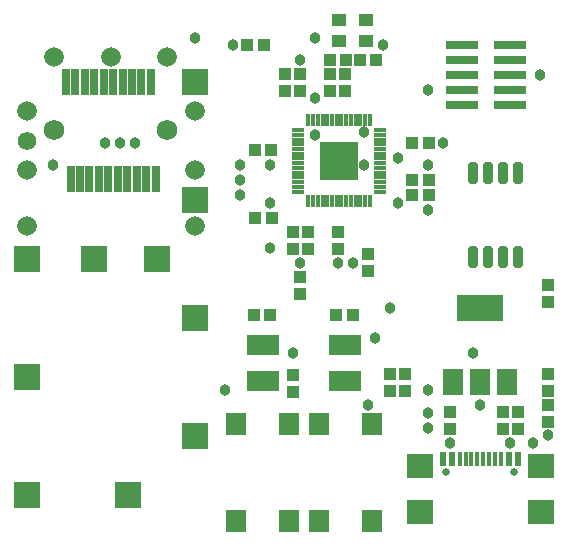
<source format=gts>
G04*
G04 #@! TF.GenerationSoftware,Altium Limited,Altium Designer,22.2.1 (43)*
G04*
G04 Layer_Color=8388736*
%FSLAX25Y25*%
%MOIN*%
G70*
G04*
G04 #@! TF.SameCoordinates,1C25F414-B9C3-4C75-A36B-C8DD24576EA7*
G04*
G04*
G04 #@! TF.FilePolarity,Negative*
G04*
G01*
G75*
%ADD17R,0.11000X0.03000*%
%ADD19R,0.05118X0.04331*%
%ADD20R,0.08583X0.07874*%
%ADD21R,0.02362X0.04528*%
%ADD22R,0.01181X0.04528*%
%ADD33R,0.03950X0.04343*%
%ADD34R,0.06706X0.07690*%
%ADD35R,0.04343X0.03950*%
%ADD36R,0.11036X0.06706*%
G04:AMPARAMS|DCode=37|XSize=72.96mil|YSize=30.84mil|CornerRadius=6.85mil|HoleSize=0mil|Usage=FLASHONLY|Rotation=270.000|XOffset=0mil|YOffset=0mil|HoleType=Round|Shape=RoundedRectangle|*
%AMROUNDEDRECTD37*
21,1,0.07296,0.01713,0,0,270.0*
21,1,0.05925,0.03084,0,0,270.0*
1,1,0.01371,-0.00856,-0.02963*
1,1,0.01371,-0.00856,0.02963*
1,1,0.01371,0.00856,0.02963*
1,1,0.01371,0.00856,-0.02963*
%
%ADD37ROUNDEDRECTD37*%
%ADD38R,0.15761X0.08674*%
%ADD39R,0.06706X0.08674*%
%ADD40R,0.13005X0.13005*%
G04:AMPARAMS|DCode=41|XSize=41.07mil|YSize=15.87mil|CornerRadius=4.98mil|HoleSize=0mil|Usage=FLASHONLY|Rotation=180.000|XOffset=0mil|YOffset=0mil|HoleType=Round|Shape=RoundedRectangle|*
%AMROUNDEDRECTD41*
21,1,0.04107,0.00591,0,0,180.0*
21,1,0.03110,0.01587,0,0,180.0*
1,1,0.00997,-0.01555,0.00295*
1,1,0.00997,0.01555,0.00295*
1,1,0.00997,0.01555,-0.00295*
1,1,0.00997,-0.01555,-0.00295*
%
%ADD41ROUNDEDRECTD41*%
G04:AMPARAMS|DCode=42|XSize=15.87mil|YSize=41.07mil|CornerRadius=4.98mil|HoleSize=0mil|Usage=FLASHONLY|Rotation=180.000|XOffset=0mil|YOffset=0mil|HoleType=Round|Shape=RoundedRectangle|*
%AMROUNDEDRECTD42*
21,1,0.01587,0.03110,0,0,180.0*
21,1,0.00591,0.04107,0,0,180.0*
1,1,0.00997,-0.00295,0.01555*
1,1,0.00997,0.00295,0.01555*
1,1,0.00997,0.00295,-0.01555*
1,1,0.00997,-0.00295,-0.01555*
%
%ADD42ROUNDEDRECTD42*%
%ADD43R,0.02769X0.08674*%
%ADD44C,0.02559*%
%ADD45C,0.06902*%
%ADD46C,0.06147*%
%ADD47C,0.06540*%
%ADD48R,0.08674X0.08674*%
%ADD49C,0.03800*%
D17*
X161500Y167500D02*
D03*
X177500D02*
D03*
X161500Y162500D02*
D03*
X177500D02*
D03*
X161500Y157500D02*
D03*
X177500D02*
D03*
X161500Y152500D02*
D03*
X177500D02*
D03*
X161500Y147500D02*
D03*
X177500D02*
D03*
D19*
X129528Y168957D02*
D03*
X120472D02*
D03*
Y176043D02*
D03*
X129528D02*
D03*
D20*
X147382Y11752D02*
D03*
X187618D02*
D03*
X147382Y27224D02*
D03*
X187618D02*
D03*
D21*
X154902Y29488D02*
D03*
X180098D02*
D03*
X158051D02*
D03*
X176949D02*
D03*
D22*
X160610D02*
D03*
X162579D02*
D03*
X164547D02*
D03*
X166516D02*
D03*
X168484D02*
D03*
X170453D02*
D03*
X172421D02*
D03*
X174390D02*
D03*
D33*
X89744Y167500D02*
D03*
X95256D02*
D03*
X132756Y162500D02*
D03*
X127244D02*
D03*
X117244Y162500D02*
D03*
X122756D02*
D03*
X144744Y135000D02*
D03*
X150256D02*
D03*
X144744Y122500D02*
D03*
X150256D02*
D03*
X92500Y110000D02*
D03*
X98012D02*
D03*
X92244Y132500D02*
D03*
X97756D02*
D03*
X144744Y117500D02*
D03*
X150256D02*
D03*
X119488Y77500D02*
D03*
X125000D02*
D03*
X91988D02*
D03*
X97500D02*
D03*
D34*
X113642Y41240D02*
D03*
X131358D02*
D03*
Y8760D02*
D03*
X113642D02*
D03*
X86142Y41240D02*
D03*
X103858D02*
D03*
Y8760D02*
D03*
X86142D02*
D03*
D35*
X180000Y45256D02*
D03*
Y39744D02*
D03*
X190000Y52244D02*
D03*
Y57756D02*
D03*
X190000Y81988D02*
D03*
Y87500D02*
D03*
X117500Y152244D02*
D03*
Y157756D02*
D03*
X120000Y105256D02*
D03*
Y99744D02*
D03*
X110000Y105256D02*
D03*
Y99744D02*
D03*
X105000Y105256D02*
D03*
Y99744D02*
D03*
X107500Y152244D02*
D03*
Y157756D02*
D03*
X130000Y92244D02*
D03*
Y97756D02*
D03*
X107500Y84744D02*
D03*
Y90256D02*
D03*
X122500Y152244D02*
D03*
Y157756D02*
D03*
X175000Y45256D02*
D03*
Y39744D02*
D03*
X157500Y45256D02*
D03*
Y39744D02*
D03*
X190000Y47500D02*
D03*
Y41988D02*
D03*
X105000Y57500D02*
D03*
Y51988D02*
D03*
X137500Y57756D02*
D03*
Y52244D02*
D03*
X142500Y57756D02*
D03*
Y52244D02*
D03*
X102500Y157756D02*
D03*
Y152244D02*
D03*
D36*
X122500Y55689D02*
D03*
Y67500D02*
D03*
X95000Y55689D02*
D03*
Y67500D02*
D03*
D37*
X180000Y96772D02*
D03*
X175000D02*
D03*
X170000D02*
D03*
X165000D02*
D03*
Y125000D02*
D03*
X170000D02*
D03*
X175000D02*
D03*
X180000D02*
D03*
D38*
X167500Y79902D02*
D03*
D39*
X176555Y55098D02*
D03*
X167500D02*
D03*
X158445D02*
D03*
D40*
X120413Y128976D02*
D03*
D41*
X106890Y118740D02*
D03*
Y120315D02*
D03*
Y121890D02*
D03*
Y123465D02*
D03*
Y125039D02*
D03*
Y126614D02*
D03*
Y128189D02*
D03*
Y129764D02*
D03*
Y131339D02*
D03*
Y132913D02*
D03*
Y134488D02*
D03*
Y136063D02*
D03*
Y137638D02*
D03*
Y139213D02*
D03*
X133937D02*
D03*
Y137638D02*
D03*
Y136063D02*
D03*
Y134488D02*
D03*
Y132913D02*
D03*
Y131339D02*
D03*
Y129764D02*
D03*
Y128189D02*
D03*
Y126614D02*
D03*
Y125039D02*
D03*
Y123465D02*
D03*
Y121890D02*
D03*
Y120315D02*
D03*
Y118740D02*
D03*
D42*
X130650Y115453D02*
D03*
X129075D02*
D03*
X127500D02*
D03*
X125925D02*
D03*
X124350D02*
D03*
X122776D02*
D03*
X121201D02*
D03*
X119626D02*
D03*
X118051D02*
D03*
X116476D02*
D03*
X114902D02*
D03*
X113327D02*
D03*
X111752D02*
D03*
X110177D02*
D03*
Y142500D02*
D03*
X111752D02*
D03*
X113327D02*
D03*
X114902D02*
D03*
X116476D02*
D03*
X118051D02*
D03*
X119626D02*
D03*
X121201D02*
D03*
X122776D02*
D03*
X124350D02*
D03*
X125925D02*
D03*
X127500D02*
D03*
X129075D02*
D03*
X130650D02*
D03*
D43*
X30906Y123012D02*
D03*
X34055D02*
D03*
X37205D02*
D03*
X40354D02*
D03*
X43504D02*
D03*
X46654D02*
D03*
X49803D02*
D03*
X52953D02*
D03*
X56102D02*
D03*
X59252D02*
D03*
X57677Y155295D02*
D03*
X54528D02*
D03*
X51378D02*
D03*
X48228D02*
D03*
X45079D02*
D03*
X41929D02*
D03*
X38780D02*
D03*
X35630D02*
D03*
X32480D02*
D03*
X29331D02*
D03*
D44*
X156122Y25256D02*
D03*
X178878D02*
D03*
D45*
X63189Y139154D02*
D03*
X25394D02*
D03*
D46*
X16240Y135610D02*
D03*
D47*
Y145453D02*
D03*
Y125768D02*
D03*
Y107264D02*
D03*
X25394Y163563D02*
D03*
X44291D02*
D03*
X63189D02*
D03*
X72342Y145453D02*
D03*
Y125768D02*
D03*
Y107264D02*
D03*
D48*
X16240Y96240D02*
D03*
Y56870D02*
D03*
Y17500D02*
D03*
X38583Y96240D02*
D03*
X50000Y17500D02*
D03*
X59842Y96240D02*
D03*
X72342Y37185D02*
D03*
Y76555D02*
D03*
Y115925D02*
D03*
Y155295D02*
D03*
D49*
X190000Y37500D02*
D03*
X97500Y115000D02*
D03*
X25000Y127500D02*
D03*
X128645Y138550D02*
D03*
X128816Y127500D02*
D03*
X112438Y137438D02*
D03*
X150000Y112500D02*
D03*
X112500Y170000D02*
D03*
X122500Y125000D02*
D03*
X117500Y132500D02*
D03*
X120000Y95000D02*
D03*
X132500Y70000D02*
D03*
X107500Y95000D02*
D03*
X150000Y127500D02*
D03*
X140000Y130000D02*
D03*
X155000Y135000D02*
D03*
X187500Y157500D02*
D03*
X150000Y152500D02*
D03*
X135000Y167500D02*
D03*
X107500Y162500D02*
D03*
X112500Y150000D02*
D03*
X165000Y65000D02*
D03*
X177500Y35000D02*
D03*
X157500D02*
D03*
X185000D02*
D03*
X150000Y40000D02*
D03*
X167500Y47500D02*
D03*
X150000Y52500D02*
D03*
Y45000D02*
D03*
X140000Y115000D02*
D03*
X125000Y95000D02*
D03*
X137500Y80000D02*
D03*
X130000Y47500D02*
D03*
X82500Y52500D02*
D03*
X105000Y65000D02*
D03*
X87500Y127500D02*
D03*
X97500Y127650D02*
D03*
X52500Y135000D02*
D03*
X72500Y169850D02*
D03*
X47500Y135000D02*
D03*
X87500Y117500D02*
D03*
X42500Y135000D02*
D03*
X87500Y122500D02*
D03*
X85150Y167500D02*
D03*
X97500Y100000D02*
D03*
M02*

</source>
